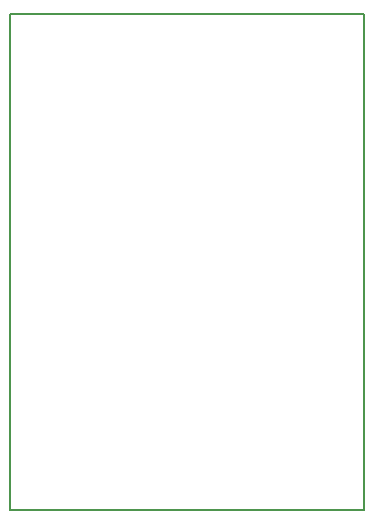
<source format=gbr>
G04 #@! TF.GenerationSoftware,KiCad,Pcbnew,(5.1.6)-1*
G04 #@! TF.CreationDate,2020-12-26T11:57:35+09:00*
G04 #@! TF.ProjectId,SolenoidProtectionCircuit,536f6c65-6e6f-4696-9450-726f74656374,rev?*
G04 #@! TF.SameCoordinates,Original*
G04 #@! TF.FileFunction,Profile,NP*
%FSLAX46Y46*%
G04 Gerber Fmt 4.6, Leading zero omitted, Abs format (unit mm)*
G04 Created by KiCad (PCBNEW (5.1.6)-1) date 2020-12-26 11:57:35*
%MOMM*%
%LPD*%
G01*
G04 APERTURE LIST*
G04 #@! TA.AperFunction,Profile*
%ADD10C,0.150000*%
G04 #@! TD*
G04 APERTURE END LIST*
D10*
X115000000Y-78000000D02*
X115000000Y-66000000D01*
X85000000Y-66000000D02*
X115000000Y-66000000D01*
X85000000Y-78000000D02*
X85000000Y-66000000D01*
X85000000Y-78000000D02*
X85000000Y-108000000D01*
X115000000Y-108000000D02*
X115000000Y-78000000D01*
X85000000Y-108000000D02*
X115000000Y-108000000D01*
M02*

</source>
